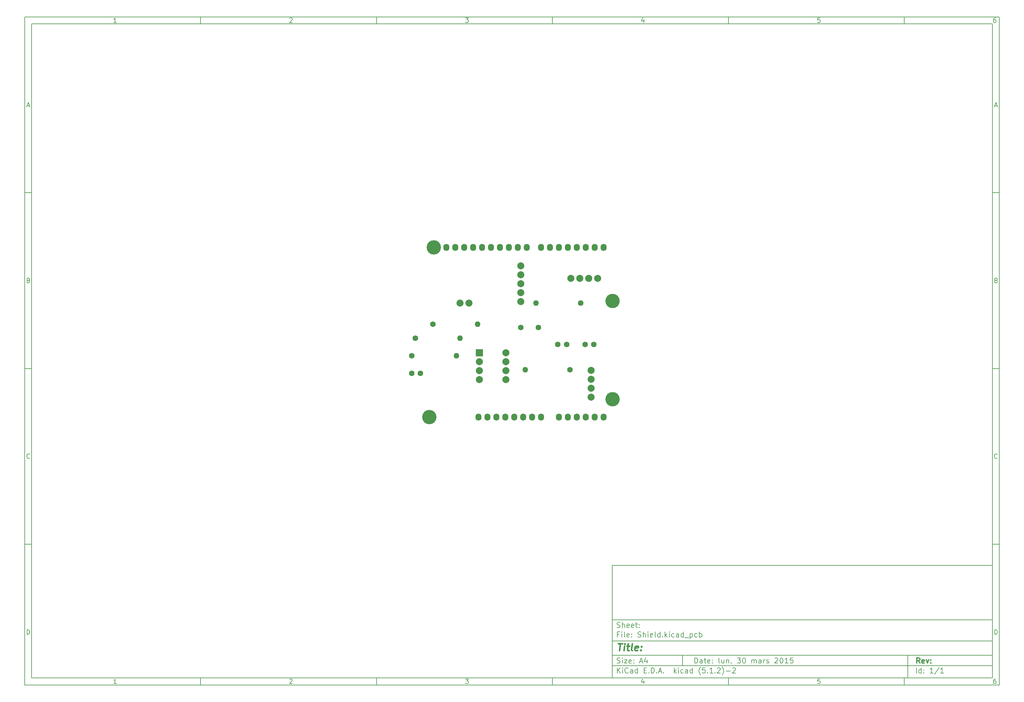
<source format=gbr>
G04 #@! TF.GenerationSoftware,KiCad,Pcbnew,(5.1.2)-2*
G04 #@! TF.CreationDate,2021-03-26T10:36:20+01:00*
G04 #@! TF.ProjectId,Shield,53686965-6c64-42e6-9b69-6361645f7063,rev?*
G04 #@! TF.SameCoordinates,Original*
G04 #@! TF.FileFunction,Soldermask,Top*
G04 #@! TF.FilePolarity,Negative*
%FSLAX46Y46*%
G04 Gerber Fmt 4.6, Leading zero omitted, Abs format (unit mm)*
G04 Created by KiCad (PCBNEW (5.1.2)-2) date 2021-03-26 10:36:20*
%MOMM*%
%LPD*%
G04 APERTURE LIST*
%ADD10C,0.100000*%
%ADD11C,0.150000*%
%ADD12C,0.300000*%
%ADD13C,0.400000*%
%ADD14C,1.600000*%
%ADD15C,2.000000*%
%ADD16R,2.000000X2.000000*%
%ADD17O,1.600000X1.600000*%
%ADD18O,1.727200X2.032000*%
%ADD19C,4.064000*%
G04 APERTURE END LIST*
D10*
D11*
X177002200Y-166007200D02*
X177002200Y-198007200D01*
X285002200Y-198007200D01*
X285002200Y-166007200D01*
X177002200Y-166007200D01*
D10*
D11*
X10000000Y-10000000D02*
X10000000Y-200007200D01*
X287002200Y-200007200D01*
X287002200Y-10000000D01*
X10000000Y-10000000D01*
D10*
D11*
X12000000Y-12000000D02*
X12000000Y-198007200D01*
X285002200Y-198007200D01*
X285002200Y-12000000D01*
X12000000Y-12000000D01*
D10*
D11*
X60000000Y-12000000D02*
X60000000Y-10000000D01*
D10*
D11*
X110000000Y-12000000D02*
X110000000Y-10000000D01*
D10*
D11*
X160000000Y-12000000D02*
X160000000Y-10000000D01*
D10*
D11*
X210000000Y-12000000D02*
X210000000Y-10000000D01*
D10*
D11*
X260000000Y-12000000D02*
X260000000Y-10000000D01*
D10*
D11*
X36065476Y-11588095D02*
X35322619Y-11588095D01*
X35694047Y-11588095D02*
X35694047Y-10288095D01*
X35570238Y-10473809D01*
X35446428Y-10597619D01*
X35322619Y-10659523D01*
D10*
D11*
X85322619Y-10411904D02*
X85384523Y-10350000D01*
X85508333Y-10288095D01*
X85817857Y-10288095D01*
X85941666Y-10350000D01*
X86003571Y-10411904D01*
X86065476Y-10535714D01*
X86065476Y-10659523D01*
X86003571Y-10845238D01*
X85260714Y-11588095D01*
X86065476Y-11588095D01*
D10*
D11*
X135260714Y-10288095D02*
X136065476Y-10288095D01*
X135632142Y-10783333D01*
X135817857Y-10783333D01*
X135941666Y-10845238D01*
X136003571Y-10907142D01*
X136065476Y-11030952D01*
X136065476Y-11340476D01*
X136003571Y-11464285D01*
X135941666Y-11526190D01*
X135817857Y-11588095D01*
X135446428Y-11588095D01*
X135322619Y-11526190D01*
X135260714Y-11464285D01*
D10*
D11*
X185941666Y-10721428D02*
X185941666Y-11588095D01*
X185632142Y-10226190D02*
X185322619Y-11154761D01*
X186127380Y-11154761D01*
D10*
D11*
X236003571Y-10288095D02*
X235384523Y-10288095D01*
X235322619Y-10907142D01*
X235384523Y-10845238D01*
X235508333Y-10783333D01*
X235817857Y-10783333D01*
X235941666Y-10845238D01*
X236003571Y-10907142D01*
X236065476Y-11030952D01*
X236065476Y-11340476D01*
X236003571Y-11464285D01*
X235941666Y-11526190D01*
X235817857Y-11588095D01*
X235508333Y-11588095D01*
X235384523Y-11526190D01*
X235322619Y-11464285D01*
D10*
D11*
X285941666Y-10288095D02*
X285694047Y-10288095D01*
X285570238Y-10350000D01*
X285508333Y-10411904D01*
X285384523Y-10597619D01*
X285322619Y-10845238D01*
X285322619Y-11340476D01*
X285384523Y-11464285D01*
X285446428Y-11526190D01*
X285570238Y-11588095D01*
X285817857Y-11588095D01*
X285941666Y-11526190D01*
X286003571Y-11464285D01*
X286065476Y-11340476D01*
X286065476Y-11030952D01*
X286003571Y-10907142D01*
X285941666Y-10845238D01*
X285817857Y-10783333D01*
X285570238Y-10783333D01*
X285446428Y-10845238D01*
X285384523Y-10907142D01*
X285322619Y-11030952D01*
D10*
D11*
X60000000Y-198007200D02*
X60000000Y-200007200D01*
D10*
D11*
X110000000Y-198007200D02*
X110000000Y-200007200D01*
D10*
D11*
X160000000Y-198007200D02*
X160000000Y-200007200D01*
D10*
D11*
X210000000Y-198007200D02*
X210000000Y-200007200D01*
D10*
D11*
X260000000Y-198007200D02*
X260000000Y-200007200D01*
D10*
D11*
X36065476Y-199595295D02*
X35322619Y-199595295D01*
X35694047Y-199595295D02*
X35694047Y-198295295D01*
X35570238Y-198481009D01*
X35446428Y-198604819D01*
X35322619Y-198666723D01*
D10*
D11*
X85322619Y-198419104D02*
X85384523Y-198357200D01*
X85508333Y-198295295D01*
X85817857Y-198295295D01*
X85941666Y-198357200D01*
X86003571Y-198419104D01*
X86065476Y-198542914D01*
X86065476Y-198666723D01*
X86003571Y-198852438D01*
X85260714Y-199595295D01*
X86065476Y-199595295D01*
D10*
D11*
X135260714Y-198295295D02*
X136065476Y-198295295D01*
X135632142Y-198790533D01*
X135817857Y-198790533D01*
X135941666Y-198852438D01*
X136003571Y-198914342D01*
X136065476Y-199038152D01*
X136065476Y-199347676D01*
X136003571Y-199471485D01*
X135941666Y-199533390D01*
X135817857Y-199595295D01*
X135446428Y-199595295D01*
X135322619Y-199533390D01*
X135260714Y-199471485D01*
D10*
D11*
X185941666Y-198728628D02*
X185941666Y-199595295D01*
X185632142Y-198233390D02*
X185322619Y-199161961D01*
X186127380Y-199161961D01*
D10*
D11*
X236003571Y-198295295D02*
X235384523Y-198295295D01*
X235322619Y-198914342D01*
X235384523Y-198852438D01*
X235508333Y-198790533D01*
X235817857Y-198790533D01*
X235941666Y-198852438D01*
X236003571Y-198914342D01*
X236065476Y-199038152D01*
X236065476Y-199347676D01*
X236003571Y-199471485D01*
X235941666Y-199533390D01*
X235817857Y-199595295D01*
X235508333Y-199595295D01*
X235384523Y-199533390D01*
X235322619Y-199471485D01*
D10*
D11*
X285941666Y-198295295D02*
X285694047Y-198295295D01*
X285570238Y-198357200D01*
X285508333Y-198419104D01*
X285384523Y-198604819D01*
X285322619Y-198852438D01*
X285322619Y-199347676D01*
X285384523Y-199471485D01*
X285446428Y-199533390D01*
X285570238Y-199595295D01*
X285817857Y-199595295D01*
X285941666Y-199533390D01*
X286003571Y-199471485D01*
X286065476Y-199347676D01*
X286065476Y-199038152D01*
X286003571Y-198914342D01*
X285941666Y-198852438D01*
X285817857Y-198790533D01*
X285570238Y-198790533D01*
X285446428Y-198852438D01*
X285384523Y-198914342D01*
X285322619Y-199038152D01*
D10*
D11*
X10000000Y-60000000D02*
X12000000Y-60000000D01*
D10*
D11*
X10000000Y-110000000D02*
X12000000Y-110000000D01*
D10*
D11*
X10000000Y-160000000D02*
X12000000Y-160000000D01*
D10*
D11*
X10690476Y-35216666D02*
X11309523Y-35216666D01*
X10566666Y-35588095D02*
X11000000Y-34288095D01*
X11433333Y-35588095D01*
D10*
D11*
X11092857Y-84907142D02*
X11278571Y-84969047D01*
X11340476Y-85030952D01*
X11402380Y-85154761D01*
X11402380Y-85340476D01*
X11340476Y-85464285D01*
X11278571Y-85526190D01*
X11154761Y-85588095D01*
X10659523Y-85588095D01*
X10659523Y-84288095D01*
X11092857Y-84288095D01*
X11216666Y-84350000D01*
X11278571Y-84411904D01*
X11340476Y-84535714D01*
X11340476Y-84659523D01*
X11278571Y-84783333D01*
X11216666Y-84845238D01*
X11092857Y-84907142D01*
X10659523Y-84907142D01*
D10*
D11*
X11402380Y-135464285D02*
X11340476Y-135526190D01*
X11154761Y-135588095D01*
X11030952Y-135588095D01*
X10845238Y-135526190D01*
X10721428Y-135402380D01*
X10659523Y-135278571D01*
X10597619Y-135030952D01*
X10597619Y-134845238D01*
X10659523Y-134597619D01*
X10721428Y-134473809D01*
X10845238Y-134350000D01*
X11030952Y-134288095D01*
X11154761Y-134288095D01*
X11340476Y-134350000D01*
X11402380Y-134411904D01*
D10*
D11*
X10659523Y-185588095D02*
X10659523Y-184288095D01*
X10969047Y-184288095D01*
X11154761Y-184350000D01*
X11278571Y-184473809D01*
X11340476Y-184597619D01*
X11402380Y-184845238D01*
X11402380Y-185030952D01*
X11340476Y-185278571D01*
X11278571Y-185402380D01*
X11154761Y-185526190D01*
X10969047Y-185588095D01*
X10659523Y-185588095D01*
D10*
D11*
X287002200Y-60000000D02*
X285002200Y-60000000D01*
D10*
D11*
X287002200Y-110000000D02*
X285002200Y-110000000D01*
D10*
D11*
X287002200Y-160000000D02*
X285002200Y-160000000D01*
D10*
D11*
X285692676Y-35216666D02*
X286311723Y-35216666D01*
X285568866Y-35588095D02*
X286002200Y-34288095D01*
X286435533Y-35588095D01*
D10*
D11*
X286095057Y-84907142D02*
X286280771Y-84969047D01*
X286342676Y-85030952D01*
X286404580Y-85154761D01*
X286404580Y-85340476D01*
X286342676Y-85464285D01*
X286280771Y-85526190D01*
X286156961Y-85588095D01*
X285661723Y-85588095D01*
X285661723Y-84288095D01*
X286095057Y-84288095D01*
X286218866Y-84350000D01*
X286280771Y-84411904D01*
X286342676Y-84535714D01*
X286342676Y-84659523D01*
X286280771Y-84783333D01*
X286218866Y-84845238D01*
X286095057Y-84907142D01*
X285661723Y-84907142D01*
D10*
D11*
X286404580Y-135464285D02*
X286342676Y-135526190D01*
X286156961Y-135588095D01*
X286033152Y-135588095D01*
X285847438Y-135526190D01*
X285723628Y-135402380D01*
X285661723Y-135278571D01*
X285599819Y-135030952D01*
X285599819Y-134845238D01*
X285661723Y-134597619D01*
X285723628Y-134473809D01*
X285847438Y-134350000D01*
X286033152Y-134288095D01*
X286156961Y-134288095D01*
X286342676Y-134350000D01*
X286404580Y-134411904D01*
D10*
D11*
X285661723Y-185588095D02*
X285661723Y-184288095D01*
X285971247Y-184288095D01*
X286156961Y-184350000D01*
X286280771Y-184473809D01*
X286342676Y-184597619D01*
X286404580Y-184845238D01*
X286404580Y-185030952D01*
X286342676Y-185278571D01*
X286280771Y-185402380D01*
X286156961Y-185526190D01*
X285971247Y-185588095D01*
X285661723Y-185588095D01*
D10*
D11*
X200434342Y-193785771D02*
X200434342Y-192285771D01*
X200791485Y-192285771D01*
X201005771Y-192357200D01*
X201148628Y-192500057D01*
X201220057Y-192642914D01*
X201291485Y-192928628D01*
X201291485Y-193142914D01*
X201220057Y-193428628D01*
X201148628Y-193571485D01*
X201005771Y-193714342D01*
X200791485Y-193785771D01*
X200434342Y-193785771D01*
X202577200Y-193785771D02*
X202577200Y-193000057D01*
X202505771Y-192857200D01*
X202362914Y-192785771D01*
X202077200Y-192785771D01*
X201934342Y-192857200D01*
X202577200Y-193714342D02*
X202434342Y-193785771D01*
X202077200Y-193785771D01*
X201934342Y-193714342D01*
X201862914Y-193571485D01*
X201862914Y-193428628D01*
X201934342Y-193285771D01*
X202077200Y-193214342D01*
X202434342Y-193214342D01*
X202577200Y-193142914D01*
X203077200Y-192785771D02*
X203648628Y-192785771D01*
X203291485Y-192285771D02*
X203291485Y-193571485D01*
X203362914Y-193714342D01*
X203505771Y-193785771D01*
X203648628Y-193785771D01*
X204720057Y-193714342D02*
X204577200Y-193785771D01*
X204291485Y-193785771D01*
X204148628Y-193714342D01*
X204077200Y-193571485D01*
X204077200Y-193000057D01*
X204148628Y-192857200D01*
X204291485Y-192785771D01*
X204577200Y-192785771D01*
X204720057Y-192857200D01*
X204791485Y-193000057D01*
X204791485Y-193142914D01*
X204077200Y-193285771D01*
X205434342Y-193642914D02*
X205505771Y-193714342D01*
X205434342Y-193785771D01*
X205362914Y-193714342D01*
X205434342Y-193642914D01*
X205434342Y-193785771D01*
X205434342Y-192857200D02*
X205505771Y-192928628D01*
X205434342Y-193000057D01*
X205362914Y-192928628D01*
X205434342Y-192857200D01*
X205434342Y-193000057D01*
X207505771Y-193785771D02*
X207362914Y-193714342D01*
X207291485Y-193571485D01*
X207291485Y-192285771D01*
X208720057Y-192785771D02*
X208720057Y-193785771D01*
X208077200Y-192785771D02*
X208077200Y-193571485D01*
X208148628Y-193714342D01*
X208291485Y-193785771D01*
X208505771Y-193785771D01*
X208648628Y-193714342D01*
X208720057Y-193642914D01*
X209434342Y-192785771D02*
X209434342Y-193785771D01*
X209434342Y-192928628D02*
X209505771Y-192857200D01*
X209648628Y-192785771D01*
X209862914Y-192785771D01*
X210005771Y-192857200D01*
X210077200Y-193000057D01*
X210077200Y-193785771D01*
X210791485Y-193642914D02*
X210862914Y-193714342D01*
X210791485Y-193785771D01*
X210720057Y-193714342D01*
X210791485Y-193642914D01*
X210791485Y-193785771D01*
X212505771Y-192285771D02*
X213434342Y-192285771D01*
X212934342Y-192857200D01*
X213148628Y-192857200D01*
X213291485Y-192928628D01*
X213362914Y-193000057D01*
X213434342Y-193142914D01*
X213434342Y-193500057D01*
X213362914Y-193642914D01*
X213291485Y-193714342D01*
X213148628Y-193785771D01*
X212720057Y-193785771D01*
X212577200Y-193714342D01*
X212505771Y-193642914D01*
X214362914Y-192285771D02*
X214505771Y-192285771D01*
X214648628Y-192357200D01*
X214720057Y-192428628D01*
X214791485Y-192571485D01*
X214862914Y-192857200D01*
X214862914Y-193214342D01*
X214791485Y-193500057D01*
X214720057Y-193642914D01*
X214648628Y-193714342D01*
X214505771Y-193785771D01*
X214362914Y-193785771D01*
X214220057Y-193714342D01*
X214148628Y-193642914D01*
X214077200Y-193500057D01*
X214005771Y-193214342D01*
X214005771Y-192857200D01*
X214077200Y-192571485D01*
X214148628Y-192428628D01*
X214220057Y-192357200D01*
X214362914Y-192285771D01*
X216648628Y-193785771D02*
X216648628Y-192785771D01*
X216648628Y-192928628D02*
X216720057Y-192857200D01*
X216862914Y-192785771D01*
X217077200Y-192785771D01*
X217220057Y-192857200D01*
X217291485Y-193000057D01*
X217291485Y-193785771D01*
X217291485Y-193000057D02*
X217362914Y-192857200D01*
X217505771Y-192785771D01*
X217720057Y-192785771D01*
X217862914Y-192857200D01*
X217934342Y-193000057D01*
X217934342Y-193785771D01*
X219291485Y-193785771D02*
X219291485Y-193000057D01*
X219220057Y-192857200D01*
X219077200Y-192785771D01*
X218791485Y-192785771D01*
X218648628Y-192857200D01*
X219291485Y-193714342D02*
X219148628Y-193785771D01*
X218791485Y-193785771D01*
X218648628Y-193714342D01*
X218577200Y-193571485D01*
X218577200Y-193428628D01*
X218648628Y-193285771D01*
X218791485Y-193214342D01*
X219148628Y-193214342D01*
X219291485Y-193142914D01*
X220005771Y-193785771D02*
X220005771Y-192785771D01*
X220005771Y-193071485D02*
X220077200Y-192928628D01*
X220148628Y-192857200D01*
X220291485Y-192785771D01*
X220434342Y-192785771D01*
X220862914Y-193714342D02*
X221005771Y-193785771D01*
X221291485Y-193785771D01*
X221434342Y-193714342D01*
X221505771Y-193571485D01*
X221505771Y-193500057D01*
X221434342Y-193357200D01*
X221291485Y-193285771D01*
X221077200Y-193285771D01*
X220934342Y-193214342D01*
X220862914Y-193071485D01*
X220862914Y-193000057D01*
X220934342Y-192857200D01*
X221077200Y-192785771D01*
X221291485Y-192785771D01*
X221434342Y-192857200D01*
X223220057Y-192428628D02*
X223291485Y-192357200D01*
X223434342Y-192285771D01*
X223791485Y-192285771D01*
X223934342Y-192357200D01*
X224005771Y-192428628D01*
X224077200Y-192571485D01*
X224077200Y-192714342D01*
X224005771Y-192928628D01*
X223148628Y-193785771D01*
X224077200Y-193785771D01*
X225005771Y-192285771D02*
X225148628Y-192285771D01*
X225291485Y-192357200D01*
X225362914Y-192428628D01*
X225434342Y-192571485D01*
X225505771Y-192857200D01*
X225505771Y-193214342D01*
X225434342Y-193500057D01*
X225362914Y-193642914D01*
X225291485Y-193714342D01*
X225148628Y-193785771D01*
X225005771Y-193785771D01*
X224862914Y-193714342D01*
X224791485Y-193642914D01*
X224720057Y-193500057D01*
X224648628Y-193214342D01*
X224648628Y-192857200D01*
X224720057Y-192571485D01*
X224791485Y-192428628D01*
X224862914Y-192357200D01*
X225005771Y-192285771D01*
X226934342Y-193785771D02*
X226077200Y-193785771D01*
X226505771Y-193785771D02*
X226505771Y-192285771D01*
X226362914Y-192500057D01*
X226220057Y-192642914D01*
X226077200Y-192714342D01*
X228291485Y-192285771D02*
X227577200Y-192285771D01*
X227505771Y-193000057D01*
X227577200Y-192928628D01*
X227720057Y-192857200D01*
X228077200Y-192857200D01*
X228220057Y-192928628D01*
X228291485Y-193000057D01*
X228362914Y-193142914D01*
X228362914Y-193500057D01*
X228291485Y-193642914D01*
X228220057Y-193714342D01*
X228077200Y-193785771D01*
X227720057Y-193785771D01*
X227577200Y-193714342D01*
X227505771Y-193642914D01*
D10*
D11*
X177002200Y-194507200D02*
X285002200Y-194507200D01*
D10*
D11*
X178434342Y-196585771D02*
X178434342Y-195085771D01*
X179291485Y-196585771D02*
X178648628Y-195728628D01*
X179291485Y-195085771D02*
X178434342Y-195942914D01*
X179934342Y-196585771D02*
X179934342Y-195585771D01*
X179934342Y-195085771D02*
X179862914Y-195157200D01*
X179934342Y-195228628D01*
X180005771Y-195157200D01*
X179934342Y-195085771D01*
X179934342Y-195228628D01*
X181505771Y-196442914D02*
X181434342Y-196514342D01*
X181220057Y-196585771D01*
X181077200Y-196585771D01*
X180862914Y-196514342D01*
X180720057Y-196371485D01*
X180648628Y-196228628D01*
X180577200Y-195942914D01*
X180577200Y-195728628D01*
X180648628Y-195442914D01*
X180720057Y-195300057D01*
X180862914Y-195157200D01*
X181077200Y-195085771D01*
X181220057Y-195085771D01*
X181434342Y-195157200D01*
X181505771Y-195228628D01*
X182791485Y-196585771D02*
X182791485Y-195800057D01*
X182720057Y-195657200D01*
X182577200Y-195585771D01*
X182291485Y-195585771D01*
X182148628Y-195657200D01*
X182791485Y-196514342D02*
X182648628Y-196585771D01*
X182291485Y-196585771D01*
X182148628Y-196514342D01*
X182077200Y-196371485D01*
X182077200Y-196228628D01*
X182148628Y-196085771D01*
X182291485Y-196014342D01*
X182648628Y-196014342D01*
X182791485Y-195942914D01*
X184148628Y-196585771D02*
X184148628Y-195085771D01*
X184148628Y-196514342D02*
X184005771Y-196585771D01*
X183720057Y-196585771D01*
X183577200Y-196514342D01*
X183505771Y-196442914D01*
X183434342Y-196300057D01*
X183434342Y-195871485D01*
X183505771Y-195728628D01*
X183577200Y-195657200D01*
X183720057Y-195585771D01*
X184005771Y-195585771D01*
X184148628Y-195657200D01*
X186005771Y-195800057D02*
X186505771Y-195800057D01*
X186720057Y-196585771D02*
X186005771Y-196585771D01*
X186005771Y-195085771D01*
X186720057Y-195085771D01*
X187362914Y-196442914D02*
X187434342Y-196514342D01*
X187362914Y-196585771D01*
X187291485Y-196514342D01*
X187362914Y-196442914D01*
X187362914Y-196585771D01*
X188077200Y-196585771D02*
X188077200Y-195085771D01*
X188434342Y-195085771D01*
X188648628Y-195157200D01*
X188791485Y-195300057D01*
X188862914Y-195442914D01*
X188934342Y-195728628D01*
X188934342Y-195942914D01*
X188862914Y-196228628D01*
X188791485Y-196371485D01*
X188648628Y-196514342D01*
X188434342Y-196585771D01*
X188077200Y-196585771D01*
X189577200Y-196442914D02*
X189648628Y-196514342D01*
X189577200Y-196585771D01*
X189505771Y-196514342D01*
X189577200Y-196442914D01*
X189577200Y-196585771D01*
X190220057Y-196157200D02*
X190934342Y-196157200D01*
X190077200Y-196585771D02*
X190577200Y-195085771D01*
X191077200Y-196585771D01*
X191577200Y-196442914D02*
X191648628Y-196514342D01*
X191577200Y-196585771D01*
X191505771Y-196514342D01*
X191577200Y-196442914D01*
X191577200Y-196585771D01*
X194577200Y-196585771D02*
X194577200Y-195085771D01*
X194720057Y-196014342D02*
X195148628Y-196585771D01*
X195148628Y-195585771D02*
X194577200Y-196157200D01*
X195791485Y-196585771D02*
X195791485Y-195585771D01*
X195791485Y-195085771D02*
X195720057Y-195157200D01*
X195791485Y-195228628D01*
X195862914Y-195157200D01*
X195791485Y-195085771D01*
X195791485Y-195228628D01*
X197148628Y-196514342D02*
X197005771Y-196585771D01*
X196720057Y-196585771D01*
X196577200Y-196514342D01*
X196505771Y-196442914D01*
X196434342Y-196300057D01*
X196434342Y-195871485D01*
X196505771Y-195728628D01*
X196577200Y-195657200D01*
X196720057Y-195585771D01*
X197005771Y-195585771D01*
X197148628Y-195657200D01*
X198434342Y-196585771D02*
X198434342Y-195800057D01*
X198362914Y-195657200D01*
X198220057Y-195585771D01*
X197934342Y-195585771D01*
X197791485Y-195657200D01*
X198434342Y-196514342D02*
X198291485Y-196585771D01*
X197934342Y-196585771D01*
X197791485Y-196514342D01*
X197720057Y-196371485D01*
X197720057Y-196228628D01*
X197791485Y-196085771D01*
X197934342Y-196014342D01*
X198291485Y-196014342D01*
X198434342Y-195942914D01*
X199791485Y-196585771D02*
X199791485Y-195085771D01*
X199791485Y-196514342D02*
X199648628Y-196585771D01*
X199362914Y-196585771D01*
X199220057Y-196514342D01*
X199148628Y-196442914D01*
X199077200Y-196300057D01*
X199077200Y-195871485D01*
X199148628Y-195728628D01*
X199220057Y-195657200D01*
X199362914Y-195585771D01*
X199648628Y-195585771D01*
X199791485Y-195657200D01*
X202077200Y-197157200D02*
X202005771Y-197085771D01*
X201862914Y-196871485D01*
X201791485Y-196728628D01*
X201720057Y-196514342D01*
X201648628Y-196157200D01*
X201648628Y-195871485D01*
X201720057Y-195514342D01*
X201791485Y-195300057D01*
X201862914Y-195157200D01*
X202005771Y-194942914D01*
X202077200Y-194871485D01*
X203362914Y-195085771D02*
X202648628Y-195085771D01*
X202577200Y-195800057D01*
X202648628Y-195728628D01*
X202791485Y-195657200D01*
X203148628Y-195657200D01*
X203291485Y-195728628D01*
X203362914Y-195800057D01*
X203434342Y-195942914D01*
X203434342Y-196300057D01*
X203362914Y-196442914D01*
X203291485Y-196514342D01*
X203148628Y-196585771D01*
X202791485Y-196585771D01*
X202648628Y-196514342D01*
X202577200Y-196442914D01*
X204077200Y-196442914D02*
X204148628Y-196514342D01*
X204077200Y-196585771D01*
X204005771Y-196514342D01*
X204077200Y-196442914D01*
X204077200Y-196585771D01*
X205577200Y-196585771D02*
X204720057Y-196585771D01*
X205148628Y-196585771D02*
X205148628Y-195085771D01*
X205005771Y-195300057D01*
X204862914Y-195442914D01*
X204720057Y-195514342D01*
X206220057Y-196442914D02*
X206291485Y-196514342D01*
X206220057Y-196585771D01*
X206148628Y-196514342D01*
X206220057Y-196442914D01*
X206220057Y-196585771D01*
X206862914Y-195228628D02*
X206934342Y-195157200D01*
X207077200Y-195085771D01*
X207434342Y-195085771D01*
X207577200Y-195157200D01*
X207648628Y-195228628D01*
X207720057Y-195371485D01*
X207720057Y-195514342D01*
X207648628Y-195728628D01*
X206791485Y-196585771D01*
X207720057Y-196585771D01*
X208220057Y-197157200D02*
X208291485Y-197085771D01*
X208434342Y-196871485D01*
X208505771Y-196728628D01*
X208577200Y-196514342D01*
X208648628Y-196157200D01*
X208648628Y-195871485D01*
X208577200Y-195514342D01*
X208505771Y-195300057D01*
X208434342Y-195157200D01*
X208291485Y-194942914D01*
X208220057Y-194871485D01*
X209362914Y-196014342D02*
X210505771Y-196014342D01*
X211148628Y-195228628D02*
X211220057Y-195157200D01*
X211362914Y-195085771D01*
X211720057Y-195085771D01*
X211862914Y-195157200D01*
X211934342Y-195228628D01*
X212005771Y-195371485D01*
X212005771Y-195514342D01*
X211934342Y-195728628D01*
X211077200Y-196585771D01*
X212005771Y-196585771D01*
D10*
D11*
X177002200Y-191507200D02*
X285002200Y-191507200D01*
D10*
D12*
X264411485Y-193785771D02*
X263911485Y-193071485D01*
X263554342Y-193785771D02*
X263554342Y-192285771D01*
X264125771Y-192285771D01*
X264268628Y-192357200D01*
X264340057Y-192428628D01*
X264411485Y-192571485D01*
X264411485Y-192785771D01*
X264340057Y-192928628D01*
X264268628Y-193000057D01*
X264125771Y-193071485D01*
X263554342Y-193071485D01*
X265625771Y-193714342D02*
X265482914Y-193785771D01*
X265197200Y-193785771D01*
X265054342Y-193714342D01*
X264982914Y-193571485D01*
X264982914Y-193000057D01*
X265054342Y-192857200D01*
X265197200Y-192785771D01*
X265482914Y-192785771D01*
X265625771Y-192857200D01*
X265697200Y-193000057D01*
X265697200Y-193142914D01*
X264982914Y-193285771D01*
X266197200Y-192785771D02*
X266554342Y-193785771D01*
X266911485Y-192785771D01*
X267482914Y-193642914D02*
X267554342Y-193714342D01*
X267482914Y-193785771D01*
X267411485Y-193714342D01*
X267482914Y-193642914D01*
X267482914Y-193785771D01*
X267482914Y-192857200D02*
X267554342Y-192928628D01*
X267482914Y-193000057D01*
X267411485Y-192928628D01*
X267482914Y-192857200D01*
X267482914Y-193000057D01*
D10*
D11*
X178362914Y-193714342D02*
X178577200Y-193785771D01*
X178934342Y-193785771D01*
X179077200Y-193714342D01*
X179148628Y-193642914D01*
X179220057Y-193500057D01*
X179220057Y-193357200D01*
X179148628Y-193214342D01*
X179077200Y-193142914D01*
X178934342Y-193071485D01*
X178648628Y-193000057D01*
X178505771Y-192928628D01*
X178434342Y-192857200D01*
X178362914Y-192714342D01*
X178362914Y-192571485D01*
X178434342Y-192428628D01*
X178505771Y-192357200D01*
X178648628Y-192285771D01*
X179005771Y-192285771D01*
X179220057Y-192357200D01*
X179862914Y-193785771D02*
X179862914Y-192785771D01*
X179862914Y-192285771D02*
X179791485Y-192357200D01*
X179862914Y-192428628D01*
X179934342Y-192357200D01*
X179862914Y-192285771D01*
X179862914Y-192428628D01*
X180434342Y-192785771D02*
X181220057Y-192785771D01*
X180434342Y-193785771D01*
X181220057Y-193785771D01*
X182362914Y-193714342D02*
X182220057Y-193785771D01*
X181934342Y-193785771D01*
X181791485Y-193714342D01*
X181720057Y-193571485D01*
X181720057Y-193000057D01*
X181791485Y-192857200D01*
X181934342Y-192785771D01*
X182220057Y-192785771D01*
X182362914Y-192857200D01*
X182434342Y-193000057D01*
X182434342Y-193142914D01*
X181720057Y-193285771D01*
X183077200Y-193642914D02*
X183148628Y-193714342D01*
X183077200Y-193785771D01*
X183005771Y-193714342D01*
X183077200Y-193642914D01*
X183077200Y-193785771D01*
X183077200Y-192857200D02*
X183148628Y-192928628D01*
X183077200Y-193000057D01*
X183005771Y-192928628D01*
X183077200Y-192857200D01*
X183077200Y-193000057D01*
X184862914Y-193357200D02*
X185577200Y-193357200D01*
X184720057Y-193785771D02*
X185220057Y-192285771D01*
X185720057Y-193785771D01*
X186862914Y-192785771D02*
X186862914Y-193785771D01*
X186505771Y-192214342D02*
X186148628Y-193285771D01*
X187077200Y-193285771D01*
D10*
D11*
X263434342Y-196585771D02*
X263434342Y-195085771D01*
X264791485Y-196585771D02*
X264791485Y-195085771D01*
X264791485Y-196514342D02*
X264648628Y-196585771D01*
X264362914Y-196585771D01*
X264220057Y-196514342D01*
X264148628Y-196442914D01*
X264077200Y-196300057D01*
X264077200Y-195871485D01*
X264148628Y-195728628D01*
X264220057Y-195657200D01*
X264362914Y-195585771D01*
X264648628Y-195585771D01*
X264791485Y-195657200D01*
X265505771Y-196442914D02*
X265577200Y-196514342D01*
X265505771Y-196585771D01*
X265434342Y-196514342D01*
X265505771Y-196442914D01*
X265505771Y-196585771D01*
X265505771Y-195657200D02*
X265577200Y-195728628D01*
X265505771Y-195800057D01*
X265434342Y-195728628D01*
X265505771Y-195657200D01*
X265505771Y-195800057D01*
X268148628Y-196585771D02*
X267291485Y-196585771D01*
X267720057Y-196585771D02*
X267720057Y-195085771D01*
X267577200Y-195300057D01*
X267434342Y-195442914D01*
X267291485Y-195514342D01*
X269862914Y-195014342D02*
X268577200Y-196942914D01*
X271148628Y-196585771D02*
X270291485Y-196585771D01*
X270720057Y-196585771D02*
X270720057Y-195085771D01*
X270577200Y-195300057D01*
X270434342Y-195442914D01*
X270291485Y-195514342D01*
D10*
D11*
X177002200Y-187507200D02*
X285002200Y-187507200D01*
D10*
D13*
X178714580Y-188211961D02*
X179857438Y-188211961D01*
X179036009Y-190211961D02*
X179286009Y-188211961D01*
X180274104Y-190211961D02*
X180440771Y-188878628D01*
X180524104Y-188211961D02*
X180416961Y-188307200D01*
X180500295Y-188402438D01*
X180607438Y-188307200D01*
X180524104Y-188211961D01*
X180500295Y-188402438D01*
X181107438Y-188878628D02*
X181869342Y-188878628D01*
X181476485Y-188211961D02*
X181262200Y-189926247D01*
X181333628Y-190116723D01*
X181512200Y-190211961D01*
X181702676Y-190211961D01*
X182655057Y-190211961D02*
X182476485Y-190116723D01*
X182405057Y-189926247D01*
X182619342Y-188211961D01*
X184190771Y-190116723D02*
X183988390Y-190211961D01*
X183607438Y-190211961D01*
X183428866Y-190116723D01*
X183357438Y-189926247D01*
X183452676Y-189164342D01*
X183571723Y-188973866D01*
X183774104Y-188878628D01*
X184155057Y-188878628D01*
X184333628Y-188973866D01*
X184405057Y-189164342D01*
X184381247Y-189354819D01*
X183405057Y-189545295D01*
X185155057Y-190021485D02*
X185238390Y-190116723D01*
X185131247Y-190211961D01*
X185047914Y-190116723D01*
X185155057Y-190021485D01*
X185131247Y-190211961D01*
X185286009Y-188973866D02*
X185369342Y-189069104D01*
X185262200Y-189164342D01*
X185178866Y-189069104D01*
X185286009Y-188973866D01*
X185262200Y-189164342D01*
D10*
D11*
X178934342Y-185600057D02*
X178434342Y-185600057D01*
X178434342Y-186385771D02*
X178434342Y-184885771D01*
X179148628Y-184885771D01*
X179720057Y-186385771D02*
X179720057Y-185385771D01*
X179720057Y-184885771D02*
X179648628Y-184957200D01*
X179720057Y-185028628D01*
X179791485Y-184957200D01*
X179720057Y-184885771D01*
X179720057Y-185028628D01*
X180648628Y-186385771D02*
X180505771Y-186314342D01*
X180434342Y-186171485D01*
X180434342Y-184885771D01*
X181791485Y-186314342D02*
X181648628Y-186385771D01*
X181362914Y-186385771D01*
X181220057Y-186314342D01*
X181148628Y-186171485D01*
X181148628Y-185600057D01*
X181220057Y-185457200D01*
X181362914Y-185385771D01*
X181648628Y-185385771D01*
X181791485Y-185457200D01*
X181862914Y-185600057D01*
X181862914Y-185742914D01*
X181148628Y-185885771D01*
X182505771Y-186242914D02*
X182577200Y-186314342D01*
X182505771Y-186385771D01*
X182434342Y-186314342D01*
X182505771Y-186242914D01*
X182505771Y-186385771D01*
X182505771Y-185457200D02*
X182577200Y-185528628D01*
X182505771Y-185600057D01*
X182434342Y-185528628D01*
X182505771Y-185457200D01*
X182505771Y-185600057D01*
X184291485Y-186314342D02*
X184505771Y-186385771D01*
X184862914Y-186385771D01*
X185005771Y-186314342D01*
X185077200Y-186242914D01*
X185148628Y-186100057D01*
X185148628Y-185957200D01*
X185077200Y-185814342D01*
X185005771Y-185742914D01*
X184862914Y-185671485D01*
X184577200Y-185600057D01*
X184434342Y-185528628D01*
X184362914Y-185457200D01*
X184291485Y-185314342D01*
X184291485Y-185171485D01*
X184362914Y-185028628D01*
X184434342Y-184957200D01*
X184577200Y-184885771D01*
X184934342Y-184885771D01*
X185148628Y-184957200D01*
X185791485Y-186385771D02*
X185791485Y-184885771D01*
X186434342Y-186385771D02*
X186434342Y-185600057D01*
X186362914Y-185457200D01*
X186220057Y-185385771D01*
X186005771Y-185385771D01*
X185862914Y-185457200D01*
X185791485Y-185528628D01*
X187148628Y-186385771D02*
X187148628Y-185385771D01*
X187148628Y-184885771D02*
X187077200Y-184957200D01*
X187148628Y-185028628D01*
X187220057Y-184957200D01*
X187148628Y-184885771D01*
X187148628Y-185028628D01*
X188434342Y-186314342D02*
X188291485Y-186385771D01*
X188005771Y-186385771D01*
X187862914Y-186314342D01*
X187791485Y-186171485D01*
X187791485Y-185600057D01*
X187862914Y-185457200D01*
X188005771Y-185385771D01*
X188291485Y-185385771D01*
X188434342Y-185457200D01*
X188505771Y-185600057D01*
X188505771Y-185742914D01*
X187791485Y-185885771D01*
X189362914Y-186385771D02*
X189220057Y-186314342D01*
X189148628Y-186171485D01*
X189148628Y-184885771D01*
X190577200Y-186385771D02*
X190577200Y-184885771D01*
X190577200Y-186314342D02*
X190434342Y-186385771D01*
X190148628Y-186385771D01*
X190005771Y-186314342D01*
X189934342Y-186242914D01*
X189862914Y-186100057D01*
X189862914Y-185671485D01*
X189934342Y-185528628D01*
X190005771Y-185457200D01*
X190148628Y-185385771D01*
X190434342Y-185385771D01*
X190577200Y-185457200D01*
X191291485Y-186242914D02*
X191362914Y-186314342D01*
X191291485Y-186385771D01*
X191220057Y-186314342D01*
X191291485Y-186242914D01*
X191291485Y-186385771D01*
X192005771Y-186385771D02*
X192005771Y-184885771D01*
X192148628Y-185814342D02*
X192577200Y-186385771D01*
X192577200Y-185385771D02*
X192005771Y-185957200D01*
X193220057Y-186385771D02*
X193220057Y-185385771D01*
X193220057Y-184885771D02*
X193148628Y-184957200D01*
X193220057Y-185028628D01*
X193291485Y-184957200D01*
X193220057Y-184885771D01*
X193220057Y-185028628D01*
X194577200Y-186314342D02*
X194434342Y-186385771D01*
X194148628Y-186385771D01*
X194005771Y-186314342D01*
X193934342Y-186242914D01*
X193862914Y-186100057D01*
X193862914Y-185671485D01*
X193934342Y-185528628D01*
X194005771Y-185457200D01*
X194148628Y-185385771D01*
X194434342Y-185385771D01*
X194577200Y-185457200D01*
X195862914Y-186385771D02*
X195862914Y-185600057D01*
X195791485Y-185457200D01*
X195648628Y-185385771D01*
X195362914Y-185385771D01*
X195220057Y-185457200D01*
X195862914Y-186314342D02*
X195720057Y-186385771D01*
X195362914Y-186385771D01*
X195220057Y-186314342D01*
X195148628Y-186171485D01*
X195148628Y-186028628D01*
X195220057Y-185885771D01*
X195362914Y-185814342D01*
X195720057Y-185814342D01*
X195862914Y-185742914D01*
X197220057Y-186385771D02*
X197220057Y-184885771D01*
X197220057Y-186314342D02*
X197077200Y-186385771D01*
X196791485Y-186385771D01*
X196648628Y-186314342D01*
X196577200Y-186242914D01*
X196505771Y-186100057D01*
X196505771Y-185671485D01*
X196577200Y-185528628D01*
X196648628Y-185457200D01*
X196791485Y-185385771D01*
X197077200Y-185385771D01*
X197220057Y-185457200D01*
X197577200Y-186528628D02*
X198720057Y-186528628D01*
X199077200Y-185385771D02*
X199077200Y-186885771D01*
X199077200Y-185457200D02*
X199220057Y-185385771D01*
X199505771Y-185385771D01*
X199648628Y-185457200D01*
X199720057Y-185528628D01*
X199791485Y-185671485D01*
X199791485Y-186100057D01*
X199720057Y-186242914D01*
X199648628Y-186314342D01*
X199505771Y-186385771D01*
X199220057Y-186385771D01*
X199077200Y-186314342D01*
X201077200Y-186314342D02*
X200934342Y-186385771D01*
X200648628Y-186385771D01*
X200505771Y-186314342D01*
X200434342Y-186242914D01*
X200362914Y-186100057D01*
X200362914Y-185671485D01*
X200434342Y-185528628D01*
X200505771Y-185457200D01*
X200648628Y-185385771D01*
X200934342Y-185385771D01*
X201077200Y-185457200D01*
X201720057Y-186385771D02*
X201720057Y-184885771D01*
X201720057Y-185457200D02*
X201862914Y-185385771D01*
X202148628Y-185385771D01*
X202291485Y-185457200D01*
X202362914Y-185528628D01*
X202434342Y-185671485D01*
X202434342Y-186100057D01*
X202362914Y-186242914D01*
X202291485Y-186314342D01*
X202148628Y-186385771D01*
X201862914Y-186385771D01*
X201720057Y-186314342D01*
D10*
D11*
X177002200Y-181507200D02*
X285002200Y-181507200D01*
D10*
D11*
X178362914Y-183614342D02*
X178577200Y-183685771D01*
X178934342Y-183685771D01*
X179077200Y-183614342D01*
X179148628Y-183542914D01*
X179220057Y-183400057D01*
X179220057Y-183257200D01*
X179148628Y-183114342D01*
X179077200Y-183042914D01*
X178934342Y-182971485D01*
X178648628Y-182900057D01*
X178505771Y-182828628D01*
X178434342Y-182757200D01*
X178362914Y-182614342D01*
X178362914Y-182471485D01*
X178434342Y-182328628D01*
X178505771Y-182257200D01*
X178648628Y-182185771D01*
X179005771Y-182185771D01*
X179220057Y-182257200D01*
X179862914Y-183685771D02*
X179862914Y-182185771D01*
X180505771Y-183685771D02*
X180505771Y-182900057D01*
X180434342Y-182757200D01*
X180291485Y-182685771D01*
X180077200Y-182685771D01*
X179934342Y-182757200D01*
X179862914Y-182828628D01*
X181791485Y-183614342D02*
X181648628Y-183685771D01*
X181362914Y-183685771D01*
X181220057Y-183614342D01*
X181148628Y-183471485D01*
X181148628Y-182900057D01*
X181220057Y-182757200D01*
X181362914Y-182685771D01*
X181648628Y-182685771D01*
X181791485Y-182757200D01*
X181862914Y-182900057D01*
X181862914Y-183042914D01*
X181148628Y-183185771D01*
X183077200Y-183614342D02*
X182934342Y-183685771D01*
X182648628Y-183685771D01*
X182505771Y-183614342D01*
X182434342Y-183471485D01*
X182434342Y-182900057D01*
X182505771Y-182757200D01*
X182648628Y-182685771D01*
X182934342Y-182685771D01*
X183077200Y-182757200D01*
X183148628Y-182900057D01*
X183148628Y-183042914D01*
X182434342Y-183185771D01*
X183577200Y-182685771D02*
X184148628Y-182685771D01*
X183791485Y-182185771D02*
X183791485Y-183471485D01*
X183862914Y-183614342D01*
X184005771Y-183685771D01*
X184148628Y-183685771D01*
X184648628Y-183542914D02*
X184720057Y-183614342D01*
X184648628Y-183685771D01*
X184577200Y-183614342D01*
X184648628Y-183542914D01*
X184648628Y-183685771D01*
X184648628Y-182757200D02*
X184720057Y-182828628D01*
X184648628Y-182900057D01*
X184577200Y-182828628D01*
X184648628Y-182757200D01*
X184648628Y-182900057D01*
D10*
D11*
X197002200Y-191507200D02*
X197002200Y-194507200D01*
D10*
D11*
X261002200Y-191507200D02*
X261002200Y-198007200D01*
D14*
X171748000Y-103115000D03*
X169248000Y-103115000D03*
D15*
X139238000Y-113175000D03*
X146758000Y-113175000D03*
X139238000Y-110635000D03*
X146758000Y-110635000D03*
X139238000Y-108095000D03*
X146758000Y-108095000D03*
D16*
X139238000Y-105555000D03*
D15*
X146758000Y-105555000D03*
X170998000Y-118175000D03*
X170998000Y-115635000D03*
X170998000Y-113095000D03*
X170998000Y-110555000D03*
X150998000Y-90985000D03*
X150998000Y-88445000D03*
X150998000Y-85905000D03*
X150998000Y-83365000D03*
X150998000Y-80825000D03*
X172808000Y-84365000D03*
X170268000Y-84365000D03*
X167728000Y-84365000D03*
X165188000Y-84365000D03*
X133728000Y-91365000D03*
X136268000Y-91365000D03*
D17*
X152298000Y-110365000D03*
D14*
X164998000Y-110365000D03*
D17*
X155298000Y-91365000D03*
D14*
X167998000Y-91365000D03*
D17*
X133698000Y-101365000D03*
D14*
X120998000Y-101365000D03*
D17*
X132698000Y-106365000D03*
D14*
X119998000Y-106365000D03*
D17*
X138698000Y-97365000D03*
D14*
X125998000Y-97365000D03*
X163998000Y-103115000D03*
X161498000Y-103115000D03*
X155998000Y-98365000D03*
X150998000Y-98365000D03*
X119998000Y-111365000D03*
X122498000Y-111365000D03*
D18*
X138938000Y-123825000D03*
X141478000Y-123825000D03*
X144018000Y-123825000D03*
X146558000Y-123825000D03*
X149098000Y-123825000D03*
X151638000Y-123825000D03*
X154178000Y-123825000D03*
X156718000Y-123825000D03*
X161798000Y-123825000D03*
X164338000Y-123825000D03*
X166878000Y-123825000D03*
X169418000Y-123825000D03*
X171958000Y-123825000D03*
X174498000Y-123825000D03*
X129794000Y-75565000D03*
X132334000Y-75565000D03*
X134874000Y-75565000D03*
X137414000Y-75565000D03*
X139954000Y-75565000D03*
X142494000Y-75565000D03*
X145034000Y-75565000D03*
X147574000Y-75565000D03*
X150114000Y-75565000D03*
X152654000Y-75565000D03*
X156718000Y-75565000D03*
X159258000Y-75565000D03*
X161798000Y-75565000D03*
X164338000Y-75565000D03*
X166878000Y-75565000D03*
X169418000Y-75565000D03*
X171958000Y-75565000D03*
X174498000Y-75565000D03*
D19*
X124968000Y-123825000D03*
X177038000Y-118745000D03*
X126238000Y-75565000D03*
X177038000Y-90805000D03*
M02*

</source>
